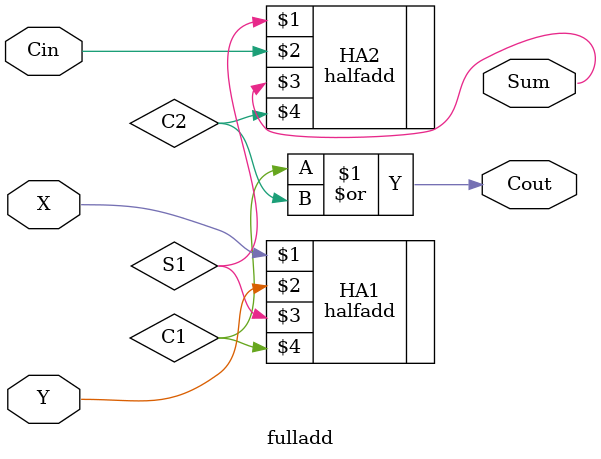
<source format=v>
/* 宣告fulladd module(模組)
   語法是: module name(port1, port2,... );
*/

/* 模組名稱 fulladd 要跟存檔的名稱(例如 fulladd.v)一樣 */
module fulladd( /* 宣告 port 名稱 */
                X,    // 宣告 X port
                Y,    // 宣告 Y port
                Cin,  // 宣告 Cin port
                Sum,  // 宣告 Sum port
                Cout // 宣告 Cout port
              );

/* 宣告訊號 port 區(例如 port 方向以及寬度) */
input X;      // 宣告 X 為 1-bit 輸入訊號
input Y;      // 宣告 Y 為 1-bit 輸入訊號
input Cin;    // 宣告 Cin 為 1-bit 輸入訊號
output Sum;  // 宣告 Sum 是為 1-bit 輸出訊號
output Cout; // 宣告 Cout 是為 1-bit 輸出訊號

/* 宣告訊號區 */
wire S1, C1, C2;

/* 電路行為描述區 */
//使用 by Port Order 呼叫兩個半加器
    halfadd HA1(X, Y, S1, C1);
    halfadd HA2(S1, Cin, Sum, C2);
    or(Cout, C1, C2);

endmodule

</source>
